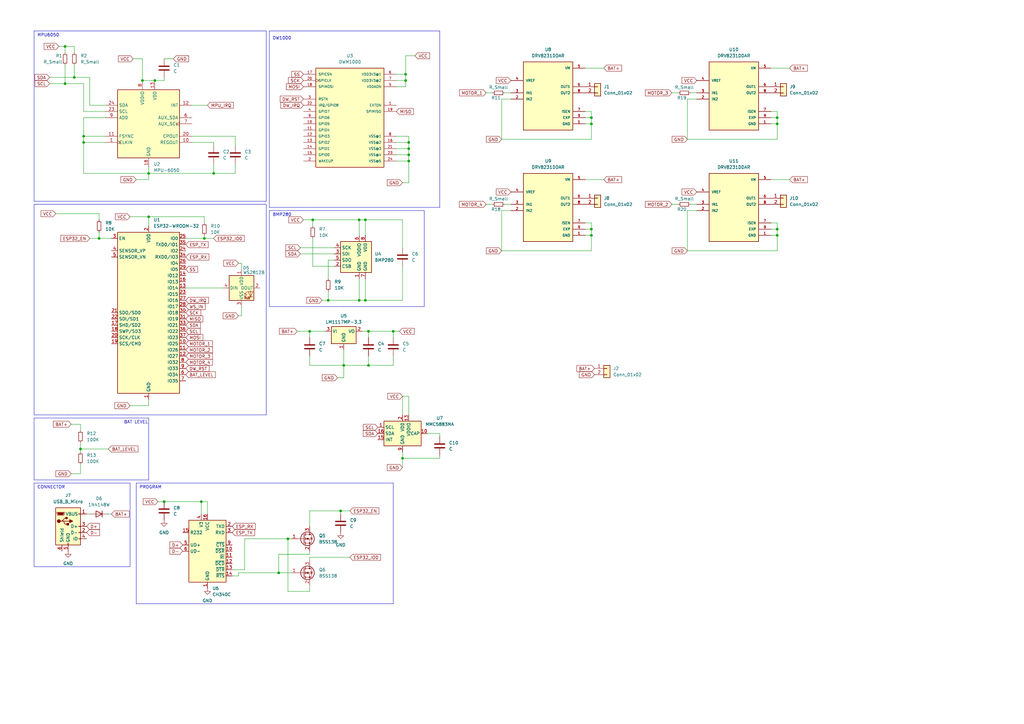
<source format=kicad_sch>
(kicad_sch (version 20231120) (generator "eeschema") (generator_version "8.0")
  (paper "A3")
  (junction (at 167.64 60.96))
  (junction (at 166.37 33.02))
  (junction (at 118.11 220.98))
  (junction (at 63.5 33.02))
  (junction (at 30.48 31.75))
  (junction (at 242.57 93.98))
  (junction (at 34.29 55.88))
  (junction (at 33.02 184.15))
  (junction (at 58.42 33.02))
  (junction (at 128.27 90.17))
  (junction (at 167.64 63.5))
  (junction (at 67.31 205.74))
  (junction (at 134.62 123.19))
  (junction (at 139.7 209.55))
  (junction (at 167.64 66.04))
  (junction (at 161.29 135.89))
  (junction (at 140.97 149.86))
  (junction (at 318.77 93.98))
  (junction (at 82.55 205.74))
  (junction (at 242.57 48.26))
  (junction (at 147.32 90.17))
  (junction (at 242.57 50.8))
  (junction (at 26.67 34.29))
  (junction (at 318.77 96.52))
  (junction (at 149.86 90.17))
  (junction (at 87.63 71.12))
  (junction (at 147.32 123.19))
  (junction (at 149.86 123.19))
  (junction (at 114.3 234.95))
  (junction (at 83.82 97.79))
  (junction (at 127 135.89))
  (junction (at 166.37 30.48))
  (junction (at 151.13 135.89))
  (junction (at 151.13 149.86))
  (junction (at 60.96 71.12))
  (junction (at 318.77 50.8))
  (junction (at 34.29 58.42))
  (junction (at 60.96 88.9))
  (junction (at 26.67 19.05))
  (junction (at 242.57 96.52))
  (junction (at 167.64 58.42))
  (junction (at 318.77 48.26))
  (junction (at 165.1 187.96))
  (junction (at 40.64 97.79))
  (wire (pts (xy 318.77 91.44) (xy 318.77 93.98)))
  (wire (pts (xy 67.31 205.74) (xy 82.55 205.74)))
  (wire (pts (xy 165.1 90.17) (xy 149.86 90.17)))
  (wire (pts (xy 281.94 102.87) (xy 318.77 102.87)))
  (wire (pts (xy 149.86 123.19) (xy 147.32 123.19)))
  (wire (pts (xy 318.77 50.8) (xy 318.77 57.15)))
  (wire (pts (xy 134.62 106.68) (xy 134.62 114.3)))
  (wire (pts (xy 275.59 83.82) (xy 278.13 83.82)))
  (wire (pts (xy 162.56 58.42) (xy 167.64 58.42)))
  (wire (pts (xy 85.09 210.82) (xy 85.09 205.74)))
  (wire (pts (xy 33.02 184.15) (xy 44.45 184.15)))
  (wire (pts (xy 34.29 58.42) (xy 43.18 58.42)))
  (polyline (pts (xy 173.99 125.73) (xy 173.99 86.36)))
  (wire (pts (xy 134.62 123.19) (xy 147.32 123.19)))
  (wire (pts (xy 26.67 19.05) (xy 24.13 19.05)))
  (wire (pts (xy 97.79 107.95) (xy 99.06 107.95)))
  (polyline (pts (xy 53.34 232.41) (xy 53.34 198.12)))
  (wire (pts (xy 128.27 90.17) (xy 128.27 92.71)))
  (wire (pts (xy 127 146.05) (xy 127 149.86)))
  (wire (pts (xy 40.64 90.17) (xy 40.64 87.63)))
  (polyline (pts (xy 27.94 170.18) (xy 109.22 170.18)))
  (wire (pts (xy 162.56 66.04) (xy 167.64 66.04)))
  (wire (pts (xy 281.94 86.36) (xy 281.94 102.87)))
  (wire (pts (xy 63.5 33.02) (xy 67.31 33.02)))
  (wire (pts (xy 26.67 21.59) (xy 26.67 19.05)))
  (wire (pts (xy 242.57 45.72) (xy 242.57 48.26)))
  (wire (pts (xy 138.43 154.94) (xy 140.97 154.94)))
  (wire (pts (xy 166.37 22.86) (xy 170.18 22.86)))
  (wire (pts (xy 162.56 33.02) (xy 166.37 33.02)))
  (wire (pts (xy 139.7 209.55) (xy 143.51 209.55)))
  (polyline (pts (xy 140.97 125.73) (xy 173.99 125.73)))
  (wire (pts (xy 242.57 93.98) (xy 242.57 96.52)))
  (wire (pts (xy 67.31 24.13) (xy 71.12 24.13)))
  (wire (pts (xy 162.56 30.48) (xy 166.37 30.48)))
  (wire (pts (xy 165.1 162.56) (xy 167.64 162.56)))
  (wire (pts (xy 151.13 146.05) (xy 151.13 149.86)))
  (wire (pts (xy 165.1 123.19) (xy 149.86 123.19)))
  (wire (pts (xy 96.52 55.88) (xy 96.52 59.69)))
  (wire (pts (xy 36.83 43.18) (xy 36.83 31.75)))
  (wire (pts (xy 60.96 88.9) (xy 83.82 88.9)))
  (wire (pts (xy 316.23 96.52) (xy 318.77 96.52)))
  (wire (pts (xy 140.97 149.86) (xy 151.13 149.86)))
  (wire (pts (xy 165.1 109.22) (xy 165.1 123.19)))
  (wire (pts (xy 132.08 123.19) (xy 134.62 123.19)))
  (wire (pts (xy 147.32 90.17) (xy 149.86 90.17)))
  (wire (pts (xy 180.34 186.69) (xy 180.34 187.96)))
  (wire (pts (xy 96.52 67.31) (xy 96.52 71.12)))
  (wire (pts (xy 134.62 119.38) (xy 134.62 123.19)))
  (wire (pts (xy 166.37 35.56) (xy 166.37 33.02)))
  (wire (pts (xy 316.23 50.8) (xy 318.77 50.8)))
  (wire (pts (xy 83.82 97.79) (xy 87.63 97.79)))
  (wire (pts (xy 127 215.9) (xy 127 209.55)))
  (wire (pts (xy 165.1 162.56) (xy 165.1 170.18)))
  (wire (pts (xy 97.79 234.95) (xy 114.3 234.95)))
  (polyline (pts (xy 60.96 171.45) (xy 13.97 171.45)))
  (wire (pts (xy 242.57 48.26) (xy 242.57 50.8)))
  (wire (pts (xy 34.29 45.72) (xy 34.29 34.29)))
  (wire (pts (xy 78.74 55.88) (xy 96.52 55.88)))
  (wire (pts (xy 54.61 24.13) (xy 58.42 24.13)))
  (polyline (pts (xy 13.97 196.85) (xy 60.96 196.85)))
  (wire (pts (xy 149.86 96.52) (xy 149.86 90.17)))
  (wire (pts (xy 118.11 220.98) (xy 119.38 220.98)))
  (wire (pts (xy 207.01 38.1) (xy 209.55 38.1)))
  (wire (pts (xy 60.96 92.71) (xy 60.96 88.9)))
  (wire (pts (xy 119.38 234.95) (xy 114.3 234.95)))
  (wire (pts (xy 58.42 33.02) (xy 63.5 33.02)))
  (wire (pts (xy 323.85 27.94) (xy 316.23 27.94)))
  (wire (pts (xy 162.56 63.5) (xy 167.64 63.5)))
  (wire (pts (xy 99.06 110.49) (xy 99.06 107.95)))
  (wire (pts (xy 151.13 135.89) (xy 148.59 135.89)))
  (wire (pts (xy 316.23 45.72) (xy 318.77 45.72)))
  (wire (pts (xy 67.31 33.02) (xy 67.31 31.75)))
  (wire (pts (xy 205.74 40.64) (xy 209.55 40.64)))
  (wire (pts (xy 20.32 31.75) (xy 30.48 31.75)))
  (wire (pts (xy 240.03 45.72) (xy 242.57 45.72)))
  (wire (pts (xy 82.55 210.82) (xy 82.55 205.74)))
  (polyline (pts (xy 55.88 198.12) (xy 55.88 247.65)))
  (polyline (pts (xy 55.88 247.65) (xy 161.29 247.65)))
  (wire (pts (xy 240.03 96.52) (xy 242.57 96.52)))
  (wire (pts (xy 85.09 205.74) (xy 82.55 205.74)))
  (wire (pts (xy 137.16 109.22) (xy 128.27 109.22)))
  (polyline (pts (xy 109.22 83.82) (xy 13.97 83.82)))
  (wire (pts (xy 34.29 55.88) (xy 34.29 58.42)))
  (wire (pts (xy 167.64 66.04) (xy 167.64 74.93)))
  (wire (pts (xy 205.74 86.36) (xy 209.55 86.36)))
  (polyline (pts (xy 110.49 125.73) (xy 140.97 125.73)))
  (wire (pts (xy 283.21 38.1) (xy 285.75 38.1)))
  (wire (pts (xy 281.94 40.64) (xy 281.94 57.15)))
  (wire (pts (xy 53.34 166.37) (xy 60.96 166.37)))
  (polyline (pts (xy 20.32 82.55) (xy 109.22 82.55)))
  (polyline (pts (xy 161.29 247.65) (xy 161.29 198.12)))
  (wire (pts (xy 316.23 48.26) (xy 318.77 48.26)))
  (wire (pts (xy 165.1 187.96) (xy 180.34 187.96)))
  (wire (pts (xy 240.03 50.8) (xy 242.57 50.8)))
  (wire (pts (xy 43.18 43.18) (xy 36.83 43.18)))
  (wire (pts (xy 281.94 86.36) (xy 285.75 86.36)))
  (wire (pts (xy 33.02 184.15) (xy 33.02 185.42)))
  (wire (pts (xy 30.48 19.05) (xy 26.67 19.05)))
  (wire (pts (xy 87.63 67.31) (xy 87.63 71.12)))
  (wire (pts (xy 162.56 60.96) (xy 167.64 60.96)))
  (wire (pts (xy 207.01 83.82) (xy 209.55 83.82)))
  (polyline (pts (xy 13.97 170.18) (xy 27.94 170.18)))
  (wire (pts (xy 323.85 73.66) (xy 316.23 73.66)))
  (wire (pts (xy 64.77 205.74) (xy 67.31 205.74)))
  (polyline (pts (xy 173.99 86.36) (xy 110.49 86.36)))
  (wire (pts (xy 139.7 209.55) (xy 139.7 210.82)))
  (wire (pts (xy 83.82 96.52) (xy 83.82 97.79)))
  (wire (pts (xy 247.65 27.94) (xy 240.03 27.94)))
  (wire (pts (xy 127 149.86) (xy 140.97 149.86)))
  (wire (pts (xy 167.64 63.5) (xy 167.64 66.04)))
  (wire (pts (xy 26.67 34.29) (xy 34.29 34.29)))
  (polyline (pts (xy 13.97 232.41) (xy 53.34 232.41)))
  (wire (pts (xy 205.74 102.87) (xy 242.57 102.87)))
  (wire (pts (xy 281.94 57.15) (xy 318.77 57.15)))
  (wire (pts (xy 137.16 106.68) (xy 134.62 106.68)))
  (wire (pts (xy 30.48 21.59) (xy 30.48 19.05)))
  (wire (pts (xy 127 242.57) (xy 118.11 242.57)))
  (wire (pts (xy 318.77 45.72) (xy 318.77 48.26)))
  (polyline (pts (xy 109.22 170.18) (xy 109.22 83.82)))
  (wire (pts (xy 149.86 114.3) (xy 149.86 123.19)))
  (wire (pts (xy 43.18 45.72) (xy 34.29 45.72)))
  (wire (pts (xy 151.13 138.43) (xy 151.13 135.89)))
  (wire (pts (xy 43.18 48.26) (xy 34.29 48.26)))
  (wire (pts (xy 53.34 88.9) (xy 60.96 88.9)))
  (wire (pts (xy 87.63 71.12) (xy 60.96 71.12)))
  (polyline (pts (xy 180.34 12.7) (xy 110.49 12.7)))
  (polyline (pts (xy 110.49 85.09) (xy 127 85.09)))
  (polyline (pts (xy 13.97 12.7) (xy 13.97 82.55)))
  (wire (pts (xy 76.2 97.79) (xy 83.82 97.79)))
  (wire (pts (xy 29.21 194.31) (xy 33.02 194.31)))
  (wire (pts (xy 121.92 135.89) (xy 127 135.89)))
  (wire (pts (xy 128.27 109.22) (xy 128.27 97.79)))
  (wire (pts (xy 33.02 176.53) (xy 33.02 173.99)))
  (wire (pts (xy 162.56 35.56) (xy 166.37 35.56)))
  (wire (pts (xy 34.29 48.26) (xy 34.29 55.88)))
  (wire (pts (xy 40.64 97.79) (xy 45.72 97.79)))
  (wire (pts (xy 316.23 93.98) (xy 318.77 93.98)))
  (wire (pts (xy 55.88 73.66) (xy 60.96 73.66)))
  (polyline (pts (xy 109.22 82.55) (xy 109.22 12.7)))
  (wire (pts (xy 283.21 83.82) (xy 285.75 83.82)))
  (wire (pts (xy 118.11 242.57) (xy 118.11 220.98)))
  (polyline (pts (xy 109.22 12.7) (xy 13.97 12.7)))
  (wire (pts (xy 167.64 60.96) (xy 167.64 63.5)))
  (wire (pts (xy 128.27 90.17) (xy 147.32 90.17)))
  (wire (pts (xy 76.2 118.11) (xy 91.44 118.11)))
  (wire (pts (xy 247.65 73.66) (xy 240.03 73.66)))
  (wire (pts (xy 34.29 55.88) (xy 43.18 55.88)))
  (wire (pts (xy 275.59 38.1) (xy 278.13 38.1)))
  (wire (pts (xy 20.32 34.29) (xy 26.67 34.29)))
  (wire (pts (xy 114.3 227.33) (xy 114.3 234.95)))
  (wire (pts (xy 199.39 38.1) (xy 201.93 38.1)))
  (wire (pts (xy 96.52 71.12) (xy 87.63 71.12)))
  (wire (pts (xy 240.03 48.26) (xy 242.57 48.26)))
  (wire (pts (xy 95.25 233.68) (xy 100.33 233.68)))
  (polyline (pts (xy 60.96 194.31) (xy 60.96 196.85)))
  (polyline (pts (xy 13.97 171.45) (xy 13.97 196.85)))
  (wire (pts (xy 175.26 177.8) (xy 180.34 177.8)))
  (wire (pts (xy 78.74 43.18) (xy 85.09 43.18)))
  (wire (pts (xy 166.37 33.02) (xy 166.37 30.48)))
  (wire (pts (xy 35.56 210.82) (xy 36.83 210.82)))
  (wire (pts (xy 165.1 101.6) (xy 165.1 90.17)))
  (wire (pts (xy 33.02 190.5) (xy 33.02 194.31)))
  (wire (pts (xy 97.79 236.22) (xy 97.79 234.95)))
  (wire (pts (xy 127 228.6) (xy 143.51 228.6)))
  (wire (pts (xy 44.45 210.82) (xy 45.72 210.82)))
  (wire (pts (xy 167.64 162.56) (xy 167.64 170.18)))
  (wire (pts (xy 147.32 114.3) (xy 147.32 123.19)))
  (wire (pts (xy 60.96 71.12) (xy 60.96 73.66)))
  (wire (pts (xy 318.77 93.98) (xy 318.77 96.52)))
  (wire (pts (xy 180.34 177.8) (xy 180.34 179.07)))
  (polyline (pts (xy 110.49 86.36) (xy 110.49 125.73)))
  (wire (pts (xy 34.29 71.12) (xy 60.96 71.12)))
  (polyline (pts (xy 13.97 83.82) (xy 13.97 170.18)))
  (wire (pts (xy 151.13 149.86) (xy 161.29 149.86)))
  (polyline (pts (xy 180.34 85.09) (xy 180.34 12.7)))
  (wire (pts (xy 166.37 30.48) (xy 166.37 22.86)))
  (wire (pts (xy 60.96 68.58) (xy 60.96 71.12)))
  (wire (pts (xy 161.29 149.86) (xy 161.29 146.05)))
  (wire (pts (xy 123.19 104.14) (xy 137.16 104.14)))
  (wire (pts (xy 36.83 97.79) (xy 40.64 97.79)))
  (wire (pts (xy 95.25 236.22) (xy 97.79 236.22)))
  (wire (pts (xy 205.74 40.64) (xy 205.74 57.15)))
  (wire (pts (xy 127 227.33) (xy 114.3 227.33)))
  (wire (pts (xy 167.64 58.42) (xy 167.64 60.96)))
  (wire (pts (xy 205.74 57.15) (xy 242.57 57.15)))
  (wire (pts (xy 22.86 87.63) (xy 40.64 87.63)))
  (wire (pts (xy 165.1 74.93) (xy 167.64 74.93)))
  (wire (pts (xy 162.56 55.88) (xy 167.64 55.88)))
  (wire (pts (xy 100.33 220.98) (xy 100.33 233.68)))
  (wire (pts (xy 30.48 26.67) (xy 30.48 31.75)))
  (wire (pts (xy 205.74 86.36) (xy 205.74 102.87)))
  (wire (pts (xy 167.64 55.88) (xy 167.64 58.42)))
  (wire (pts (xy 58.42 33.02) (xy 58.42 24.13)))
  (wire (pts (xy 127 135.89) (xy 133.35 135.89)))
  (wire (pts (xy 242.57 91.44) (xy 242.57 93.98)))
  (wire (pts (xy 26.67 26.67) (xy 26.67 34.29)))
  (wire (pts (xy 124.46 90.17) (xy 128.27 90.17)))
  (wire (pts (xy 127 209.55) (xy 139.7 209.55)))
  (wire (pts (xy 316.23 91.44) (xy 318.77 91.44)))
  (wire (pts (xy 242.57 50.8) (xy 242.57 57.15)))
  (wire (pts (xy 87.63 58.42) (xy 87.63 59.69)))
  (wire (pts (xy 242.57 96.52) (xy 242.57 102.87)))
  (wire (pts (xy 318.77 48.26) (xy 318.77 50.8)))
  (wire (pts (xy 165.1 187.96) (xy 165.1 191.77)))
  (polyline (pts (xy 127 85.09) (xy 180.34 85.09)))
  (wire (pts (xy 240.03 91.44) (xy 242.57 91.44)))
  (polyline (pts (xy 110.49 12.7) (xy 110.49 85.09)))
  (wire (pts (xy 127 240.03) (xy 127 242.57)))
  (wire (pts (xy 151.13 135.89) (xy 161.29 135.89)))
  (polyline (pts (xy 161.29 198.12) (xy 55.88 198.12)))
  (polyline (pts (xy 13.97 198.12) (xy 13.97 232.41)))
  (wire (pts (xy 33.02 181.61) (xy 33.02 184.15)))
  (wire (pts (xy 100.33 220.98) (xy 118.11 220.98)))
  (wire (pts (xy 140.97 143.51) (xy 140.97 149.86)))
  (wire (pts (xy 161.29 135.89) (xy 163.83 135.89)))
  (polyline (pts (xy 60.96 194.31) (xy 60.96 171.45)))
  (polyline (pts (xy 53.34 198.12) (xy 13.97 198.12)))
  (wire (pts (xy 127 226.06) (xy 127 227.33)))
  (wire (pts (xy 29.21 173.99) (xy 33.02 173.99)))
  (wire (pts (xy 318.77 96.52) (xy 318.77 102.87)))
  (wire (pts (xy 97.79 129.54) (xy 99.06 129.54)))
  (wire (pts (xy 281.94 40.64) (xy 285.75 40.64)))
  (wire (pts (xy 199.39 83.82) (xy 201.93 83.82)))
  (wire (pts (xy 40.64 95.25) (xy 40.64 97.79)))
  (wire (pts (xy 161.29 135.89) (xy 161.29 138.43)))
  (polyline (pts (xy 13.97 82.55) (xy 20.32 82.55)))
  (wire (pts (xy 240.03 93.98) (xy 242.57 93.98)))
  (wire (pts (xy 127 229.87) (xy 127 228.6)))
  (wire (pts (xy 147.32 90.17) (xy 147.32 96.52)))
  (wire (pts (xy 83.82 88.9) (xy 83.82 91.44)))
  (wire (pts (xy 140.97 154.94) (xy 140.97 149.86)))
  (wire (pts (xy 127 135.89) (xy 127 138.43)))
  (wire (pts (xy 30.48 31.75) (xy 36.83 31.75)))
  (wire (pts (xy 99.06 125.73) (xy 99.06 129.54)))
  (wire (pts (xy 165.1 185.42) (xy 165.1 187.96)))
  (wire (pts (xy 123.19 101.6) (xy 137.16 101.6)))
  (wire (pts (xy 78.74 58.42) (xy 87.63 58.42)))
  (wire (pts (xy 34.29 58.42) (xy 34.29 71.12)))
  (wire (pts (xy 60.96 163.83) (xy 60.96 166.37)))
  (text "PROGRAM" (at 57.15 200.66 0) (effects (font (size 1.27 1.27)) (justify left bottom)))
  (text "CONNECTOR" (at 15.24 200.66 0) (effects (font (size 1.27 1.27)) (justify left bottom)))
  (text "BMP280\n" (at 111.76 88.9 0) (effects (font (size 1.27 1.27)) (justify left bottom)))
  (text "BAT LEVEL" (at 50.8 173.99 0) (effects (font (size 1.27 1.27)) (justify left bottom)))
  (text "DW1000\n" (at 111.76 16.51 0) (effects (font (size 1.27 1.27)) (justify left bottom)))
  (text "MPU6050\n" (at 15.24 15.24 0) (effects (font (size 1.27 1.27)) (justify left bottom)))
  (global_label "GND" (shape input) (at 29.21 194.31 180) (property "Intersheetrefs" "${INTERSHEET_REFS}" (effects (hide yes))))
  (global_label "MOTOR_1" (shape input) (at 76.2 140.97 0) (property "Intersheetrefs" "${INTERSHEET_REFS}" (effects (hide yes))))
  (global_label "BAT+" (shape input) (at 323.85 27.94 0) (property "Intersheetrefs" "${INTERSHEET_REFS}" (effects (hide yes))))
  (global_label "DW_IRQ" (shape input) (at 76.2 123.19 0) (property "Intersheetrefs" "${INTERSHEET_REFS}" (effects (hide yes))))
  (global_label "VCC" (shape input) (at 209.55 33.02 180) (property "Intersheetrefs" "${INTERSHEET_REFS}" (effects (hide yes))))
  (global_label "SDA" (shape input) (at 154.94 177.8 180) (property "Intersheetrefs" "${INTERSHEET_REFS}" (effects (hide yes))))
  (global_label "VCC" (shape input) (at 285.75 33.02 180) (property "Intersheetrefs" "${INTERSHEET_REFS}" (effects (hide yes))))
  (global_label "MOTOR_3" (shape input) (at 76.2 146.05 0) (property "Intersheetrefs" "${INTERSHEET_REFS}" (effects (hide yes))))
  (global_label "VCC" (shape input) (at 97.79 107.95 180) (property "Intersheetrefs" "${INTERSHEET_REFS}" (effects (hide yes))))
  (global_label "ESP_RX" (shape input) (at 95.25 215.9 0) (property "Intersheetrefs" "${INTERSHEET_REFS}" (effects (hide yes))))
  (global_label "DW_IRQ" (shape input) (at 124.46 43.18 180) (property "Intersheetrefs" "${INTERSHEET_REFS}" (effects (hide yes))))
  (global_label "VCC" (shape input) (at 54.61 24.13 180) (property "Intersheetrefs" "${INTERSHEET_REFS}" (effects (hide yes))))
  (global_label "VCC" (shape input) (at 170.18 22.86 0) (property "Intersheetrefs" "${INTERSHEET_REFS}" (effects (hide yes))))
  (global_label "ESP32_EN" (shape input) (at 143.51 209.55 0) (property "Intersheetrefs" "${INTERSHEET_REFS}" (effects (hide yes))))
  (global_label "BAT_LEVEL" (shape input) (at 76.2 153.67 0) (property "Intersheetrefs" "${INTERSHEET_REFS}" (effects (hide yes))))
  (global_label "SCL" (shape input) (at 123.19 101.6 180) (property "Intersheetrefs" "${INTERSHEET_REFS}" (effects (hide yes))))
  (global_label "MOTOR_2" (shape input) (at 275.59 83.82 180) (property "Intersheetrefs" "${INTERSHEET_REFS}" (effects (hide yes))))
  (global_label "D-" (shape input) (at 35.56 218.44 0) (property "Intersheetrefs" "${INTERSHEET_REFS}" (effects (hide yes))))
  (global_label "MOTOR_1" (shape input) (at 199.39 38.1 180) (property "Intersheetrefs" "${INTERSHEET_REFS}" (effects (hide yes))))
  (global_label "ESP_TX" (shape input) (at 76.2 100.33 0) (property "Intersheetrefs" "${INTERSHEET_REFS}" (effects (hide yes))))
  (global_label "MOTOR_2" (shape input) (at 76.2 143.51 0) (property "Intersheetrefs" "${INTERSHEET_REFS}" (effects (hide yes))))
  (global_label "GND" (shape input) (at 205.74 102.87 180) (property "Intersheetrefs" "${INTERSHEET_REFS}" (effects (hide yes))))
  (global_label "ESP32_EN" (shape input) (at 36.83 97.79 180) (property "Intersheetrefs" "${INTERSHEET_REFS}" (effects (hide yes))))
  (global_label "MOTOR_4" (shape input) (at 199.39 83.82 180) (property "Intersheetrefs" "${INTERSHEET_REFS}" (effects (hide yes))))
  (global_label "VCC" (shape input) (at 53.34 88.9 180) (property "Intersheetrefs" "${INTERSHEET_REFS}" (effects (hide yes))))
  (global_label "SDA" (shape input) (at 20.32 31.75 180) (property "Intersheetrefs" "${INTERSHEET_REFS}" (effects (hide yes))))
  (global_label "SCK" (shape input) (at 124.46 33.02 180) (property "Intersheetrefs" "${INTERSHEET_REFS}" (effects (hide yes))))
  (global_label "MPU_IRQ" (shape input) (at 85.09 43.18 0) (property "Intersheetrefs" "${INTERSHEET_REFS}" (effects (hide yes))))
  (global_label "MISO" (shape input) (at 76.2 130.81 0) (property "Intersheetrefs" "${INTERSHEET_REFS}" (effects (hide yes))))
  (global_label "GND" (shape input) (at 165.1 74.93 180) (property "Intersheetrefs" "${INTERSHEET_REFS}" (effects (hide yes))))
  (global_label "VCC" (shape input) (at 64.77 205.74 180) (property "Intersheetrefs" "${INTERSHEET_REFS}" (effects (hide yes))))
  (global_label "SCK" (shape input) (at 76.2 128.27 0) (property "Intersheetrefs" "${INTERSHEET_REFS}" (effects (hide yes))))
  (global_label "GND" (shape input) (at 243.84 153.67 180) (property "Intersheetrefs" "${INTERSHEET_REFS}" (effects (hide yes))))
  (global_label "D+" (shape input) (at 74.93 223.52 180) (property "Intersheetrefs" "${INTERSHEET_REFS}" (effects (hide yes))))
  (global_label "GND" (shape input) (at 205.74 57.15 180) (property "Intersheetrefs" "${INTERSHEET_REFS}" (effects (hide yes))))
  (global_label "BAT_LEVEL" (shape input) (at 44.45 184.15 0) (property "Intersheetrefs" "${INTERSHEET_REFS}" (effects (hide yes))))
  (global_label "MOSI" (shape input) (at 124.46 35.56 180) (property "Intersheetrefs" "${INTERSHEET_REFS}" (effects (hide yes))))
  (global_label "BAT+" (shape input) (at 247.65 27.94 0) (property "Intersheetrefs" "${INTERSHEET_REFS}" (effects (hide yes))))
  (global_label "DW_RST" (shape input) (at 124.46 40.64 180) (property "Intersheetrefs" "${INTERSHEET_REFS}" (effects (hide yes))))
  (global_label "BAT+" (shape input) (at 121.92 135.89 180) (property "Intersheetrefs" "${INTERSHEET_REFS}" (effects (hide yes))))
  (global_label "VCC" (shape input) (at 124.46 90.17 180) (property "Intersheetrefs" "${INTERSHEET_REFS}" (effects (hide yes))))
  (global_label "SCL" (shape input) (at 154.94 175.26 180) (property "Intersheetrefs" "${INTERSHEET_REFS}" (effects (hide yes))))
  (global_label "GND" (shape input) (at 138.43 154.94 180) (property "Intersheetrefs" "${INTERSHEET_REFS}" (effects (hide yes))))
  (global_label "BAT+" (shape input) (at 45.72 210.82 0) (property "Intersheetrefs" "${INTERSHEET_REFS}" (effects (hide yes))))
  (global_label "DW_RST" (shape input) (at 76.2 151.13 0) (property "Intersheetrefs" "${INTERSHEET_REFS}" (effects (hide yes))))
  (global_label "SS" (shape input) (at 124.46 30.48 180) (property "Intersheetrefs" "${INTERSHEET_REFS}" (effects (hide yes))))
  (global_label "ESP_TX" (shape input) (at 95.25 218.44 0) (property "Intersheetrefs" "${INTERSHEET_REFS}" (effects (hide yes))))
  (global_label "GND" (shape input) (at 281.94 57.15 180) (property "Intersheetrefs" "${INTERSHEET_REFS}" (effects (hide yes))))
  (global_label "MISO" (shape input) (at 162.56 45.72 0) (property "Intersheetrefs" "${INTERSHEET_REFS}" (effects (hide yes))))
  (global_label "VCC" (shape input) (at 285.75 78.74 180) (property "Intersheetrefs" "${INTERSHEET_REFS}" (effects (hide yes))))
  (global_label "BAT+" (shape input) (at 247.65 73.66 0) (property "Intersheetrefs" "${INTERSHEET_REFS}" (effects (hide yes))))
  (global_label "D-" (shape input) (at 74.93 226.06 180) (property "Intersheetrefs" "${INTERSHEET_REFS}" (effects (hide yes))))
  (global_label "GND" (shape input) (at 97.79 129.54 180) (property "Intersheetrefs" "${INTERSHEET_REFS}" (effects (hide yes))))
  (global_label "BAT+" (shape input) (at 29.21 173.99 180) (property "Intersheetrefs" "${INTERSHEET_REFS}" (effects (hide yes))))
  (global_label "VCC" (shape input) (at 22.86 87.63 180) (property "Intersheetrefs" "${INTERSHEET_REFS}" (effects (hide yes))))
  (global_label "BAT+" (shape input) (at 323.85 73.66 0) (property "Intersheetrefs" "${INTERSHEET_REFS}" (effects (hide yes))))
  (global_label "ESP32_IO0" (shape input) (at 87.63 97.79 0) (property "Intersheetrefs" "${INTERSHEET_REFS}" (effects (hide yes))))
  (global_label "VCC" (shape input) (at 24.13 19.05 180) (property "Intersheetrefs" "${INTERSHEET_REFS}" (effects (hide yes))))
  (global_label "ESP32_IO0" (shape input) (at 143.51 228.6 0) (property "Intersheetrefs" "${INTERSHEET_REFS}" (effects (hide yes))))
  (global_label "VCC" (shape input) (at 163.83 135.89 0) (property "Intersheetrefs" "${INTERSHEET_REFS}" (effects (hide yes))))
  (global_label "GND" (shape input) (at 71.12 24.13 0) (property "Intersheetrefs" "${INTERSHEET_REFS}" (effects (hide yes))))
  (global_label "MOTOR_4" (shape input) (at 76.2 148.59 0) (property "Intersheetrefs" "${INTERSHEET_REFS}" (effects (hide yes))))
  (global_label "SS" (shape input) (at 76.2 110.49 0) (property "Intersheetrefs" "${INTERSHEET_REFS}" (effects (hide yes))))
  (global_label "VCC" (shape input) (at 165.1 162.56 180) (property "Intersheetrefs" "${INTERSHEET_REFS}" (effects (hide yes))))
  (global_label "GND" (shape input) (at 53.34 166.37 180) (property "Intersheetrefs" "${INTERSHEET_REFS}" (effects (hide yes))))
  (global_label "SDA" (shape input) (at 76.2 133.35 0) (property "Intersheetrefs" "${INTERSHEET_REFS}" (effects (hide yes))))
  (global_label "BAT+" (shape input) (at 243.84 151.13 180) (property "Intersheetrefs" "${INTERSHEET_REFS}" (effects (hide yes))))
  (global_label "MOTOR_3" (shape input) (at 275.59 38.1 180) (property "Intersheetrefs" "${INTERSHEET_REFS}" (effects (hide yes))))
  (global_label "VCC" (shape input) (at 209.55 78.74 180) (property "Intersheetrefs" "${INTERSHEET_REFS}" (effects (hide yes))))
  (global_label "SCL" (shape input) (at 20.32 34.29 180) (property "Intersheetrefs" "${INTERSHEET_REFS}" (effects (hide yes))))
  (global_label "ESP_RX" (shape input) (at 76.2 105.41 0) (property "Intersheetrefs" "${INTERSHEET_REFS}" (effects (hide yes))))
  (global_label "MOSI" (shape input) (at 76.2 138.43 0) (property "Intersheetrefs" "${INTERSHEET_REFS}" (effects (hide yes))))
  (global_label "D+" (shape input) (at 35.56 215.9 0) (property "Intersheetrefs" "${INTERSHEET_REFS}" (effects (hide yes))))
  (global_label "WS_IN" (shape input) (at 76.2 125.73 0) (property "Intersheetrefs" "${INTERSHEET_REFS}" (effects (hide yes))))
  (global_label "SDA" (shape input) (at 123.19 104.14 180) (property "Intersheetrefs" "${INTERSHEET_REFS}" (effects (hide yes))))
  (global_label "SCL" (shape input) (at 76.2 135.89 0) (property "Intersheetrefs" "${INTERSHEET_REFS}" (effects (hide yes))))
  (global_label "GND" (shape input) (at 132.08 123.19 180) (property "Intersheetrefs" "${INTERSHEET_REFS}" (effects (hide yes))))
  (global_label "GND" (shape input) (at 281.94 102.87 180) (property "Intersheetrefs" "${INTERSHEET_REFS}" (effects (hide yes))))
  (global_label "GND" (shape input) (at 165.1 191.77 180) (property "Intersheetrefs" "${INTERSHEET_REFS}" (effects (hide yes))))
  (global_label "GND" (shape input) (at 55.88 73.66 180) (property "Intersheetrefs" "${INTERSHEET_REFS}" (effects (hide yes))))
  (symbol (lib_id "power:GND") (at 139.7 218.44 0) (unit 1)
    (property "Reference" "#PWR06" (effects (hide yes)))
    (property "Value" "GND" (at 139.7 223.52 0))
  )
  (symbol (lib_id "Device:R_Small") (at 83.82 93.98 0) (unit 1)
    (property "Reference" "R10" (at 86.36 92.7099 0) (effects (justify left)))
    (property "Value" "10K" (at 86.36 95.2499 0) (effects (justify left)))
    (property "Footprint" "Resistor_SMD:R_0603_1608Metric" (effects (hide yes)))
  )
  (symbol (lib_id "DRV8231:DRV8231DDAR") (at 224.79 83.82 0) (unit 1)
    (property "Reference" "U9" (at 224.79 66.04 0))
    (property "Value" "DRV8231DDAR" (at 224.79 68.58 0))
    (property "Footprint" "DRV8231:IC_DRV8231DDAR" (effects (hide yes)))
    (property "MF" "Texas Instruments" (effects (hide yes)))
    (property "MAXIMUM_PACKAGE_HEIGHT" "1.7mm" (effects (hide yes)))
    (property "Package" "Texas Instruments" (effects (hide yes)))
    (property "Price" "None" (effects (hide yes)))
    (property "Check_prices" "https://www.snapeda.com/parts/DRV8231DDAR/Texas+Instruments/view-part/?ref=eda" (effects (hide yes)))
    (property "STANDARD" "Manufacturer Recommendations" (effects (hide yes)))
    (property "PARTREV" "November 2021" (effects (hide yes)))
    (property "SnapEDA_Link" "https://www.snapeda.com/parts/DRV8231DDAR/Texas+Instruments/view-part/?ref=snap" (effects (hide yes)))
    (property "MP" "DRV8231DDAR" (effects (hide yes)))
    (property "Description_1" "\n                        \n                            35-V, 3.7-A H-bridge motor driver with integrated current regulation\n                        \n" (effects (hide yes)))
    (property "Availability" "In Stock" (effects (hide yes)))
    (property "MANUFACTURER" "Texas Instruments" (effects (hide yes)))
  )
  (symbol (lib_id "DWM1000:DWM1000") (at 142.24 48.26 0) (unit 1)
    (property "Reference" "U3" (at 143.51 22.86 0))
    (property "Value" "DWM1000" (at 143.51 25.4 0))
    (property "Footprint" "RF_Module:DWM1000" (effects (hide yes)))
    (property "MANUFACTURER" "Decawave" (effects (hide yes)))
  )
  (symbol (lib_id "Connector:USB_B_Micro") (at 27.94 215.9 0) (unit 1)
    (property "Reference" "J7" (at 27.94 203.2 0))
    (property "Value" "USB_B_Micro" (at 27.94 205.74 0))
    (property "Footprint" "Connector_USB:USB_Micro-B_Amphenol_10118194_Horizontal" (effects (hide yes)))
    (property "Description" "USB Micro Type B connector" (effects (hide yes)))
  )
  (symbol (lib_id "DRV8231:DRV8231DDAR") (at 300.99 38.1 0) (unit 1)
    (property "Reference" "U10" (at 300.99 20.32 0))
    (property "Value" "DRV8231DDAR" (at 300.99 22.86 0))
    (property "Footprint" "DRV8231:IC_DRV8231DDAR" (effects (hide yes)))
    (property "MF" "Texas Instruments" (effects (hide yes)))
    (property "MAXIMUM_PACKAGE_HEIGHT" "1.7mm" (effects (hide yes)))
    (property "Package" "Texas Instruments" (effects (hide yes)))
    (property "Price" "None" (effects (hide yes)))
    (property "Check_prices" "https://www.snapeda.com/parts/DRV8231DDAR/Texas+Instruments/view-part/?ref=eda" (effects (hide yes)))
    (property "STANDARD" "Manufacturer Recommendations" (effects (hide yes)))
    (property "PARTREV" "November 2021" (effects (hide yes)))
    (property "SnapEDA_Link" "https://www.snapeda.com/parts/DRV8231DDAR/Texas+Instruments/view-part/?ref=snap" (effects (hide yes)))
    (property "MP" "DRV8231DDAR" (effects (hide yes)))
    (property "Description_1" "\n                        \n                            35-V, 3.7-A H-bridge motor driver with integrated current regulation\n                        \n" (effects (hide yes)))
    (property "Availability" "In Stock" (effects (hide yes)))
    (property "MANUFACTURER" "Texas Instruments" (effects (hide yes)))
  )
  (symbol (lib_id "Device:R_Small") (at 280.67 38.1 90) (unit 1)
    (property "Reference" "R19" (at 279.654 40.132 90))
    (property "Value" "R_Small" (at 280.67 35.814 90))
    (property "Footprint" "Resistor_SMD:R_0603_1608Metric" (effects (hide yes)))
  )
  (symbol (lib_id "Device:R_Small") (at 204.47 38.1 90) (unit 1)
    (property "Reference" "R11" (at 203.454 40.132 90))
    (property "Value" "R_Small" (at 204.47 35.814 90))
    (property "Footprint" "Resistor_SMD:R_0603_1608Metric" (effects (hide yes)))
  )
  (symbol (lib_id "Device:C") (at 67.31 209.55 0) (unit 1)
    (property "Reference" "C8" (at 71.12 208.2799 0) (effects (justify left)))
    (property "Value" "C" (at 71.12 210.8199 0) (effects (justify left)))
    (property "Footprint" "Capacitor_SMD:C_0603_1608Metric" (effects (hide yes)))
  )
  (symbol (lib_id "Device:C") (at 180.34 182.88 0) (unit 1)
    (property "Reference" "C10" (at 184.15 181.6099 0) (effects (justify left)))
    (property "Value" "C" (at 184.15 184.1499 0) (effects (justify left)))
    (property "Footprint" "Capacitor_SMD:C_0603_1608Metric" (effects (hide yes)))
  )
  (symbol (lib_id "Connector_Generic:Conn_01x02") (at 248.92 151.13 0) (unit 1)
    (property "Reference" "J2" (at 251.46 151.1299 0) (effects (justify left)))
    (property "Value" "Conn_01x02" (at 251.46 153.6699 0) (effects (justify left)))
    (property "Footprint" "Connector_AMASS:AMASS_XT30U-F_1x02_P5.0mm_Vertical" (effects (hide yes)))
  )
  (symbol (lib_id "Device:C") (at 161.29 142.24 0) (unit 1)
    (property "Reference" "C5" (at 165.1 140.9699 0) (effects (justify left)))
    (property "Value" "C" (at 165.1 143.5099 0) (effects (justify left)))
    (property "Footprint" "Capacitor_SMD:C_0603_1608Metric" (effects (hide yes)))
  )
  (symbol (lib_id "Diode:1N4148W") (at 40.64 210.82 180) (unit 1)
    (property "Reference" "D6" (at 40.64 204.47 0))
    (property "Value" "1N4148W" (at 40.64 207.01 0))
    (property "Footprint" "Diode_SMD:D_SOD-123" (effects (hide yes)))
    (property "Datasheet" "https://www.vishay.com/docs/85748/1n4148w.pdf" (effects (hide yes)))
    (property "Description" "75V 0.15A Fast Switching Diode, SOD-123" (effects (hide yes)))
    (property "Sim.Device" "D" (effects (hide yes)))
    (property "Sim.Pins" "1=K 2=A" (effects (hide yes)))
  )
  (symbol (lib_id "DRV8231:DRV8231DDAR") (at 224.79 38.1 0) (unit 1)
    (property "Reference" "U8" (at 224.79 20.32 0))
    (property "Value" "DRV8231DDAR" (at 224.79 22.86 0))
    (property "Footprint" "DRV8231:IC_DRV8231DDAR" (effects (hide yes)))
    (property "MF" "Texas Instruments" (effects (hide yes)))
    (property "MAXIMUM_PACKAGE_HEIGHT" "1.7mm" (effects (hide yes)))
    (property "Package" "Texas Instruments" (effects (hide yes)))
    (property "Price" "None" (effects (hide yes)))
    (property "Check_prices" "https://www.snapeda.com/parts/DRV8231DDAR/Texas+Instruments/view-part/?ref=eda" (effects (hide yes)))
    (property "STANDARD" "Manufacturer Recommendations" (effects (hide yes)))
    (property "PARTREV" "November 2021" (effects (hide yes)))
    (property "SnapEDA_Link" "https://www.snapeda.com/parts/DRV8231DDAR/Texas+Instruments/view-part/?ref=snap" (effects (hide yes)))
    (property "MP" "DRV8231DDAR" (effects (hide yes)))
    (property "Description_1" "\n                        \n                            35-V, 3.7-A H-bridge motor driver with integrated current regulation\n                        \n" (effects (hide yes)))
    (property "Availability" "In Stock" (effects (hide yes)))
    (property "MANUFACTURER" "Texas Instruments" (effects (hide yes)))
  )
  (symbol (lib_id "Device:R_Small") (at 128.27 95.25 0) (unit 1)
    (property "Reference" "R7" (at 130.81 93.9799 0) (effects (justify left)))
    (property "Value" "10K" (at 130.81 96.5199 0) (effects (justify left)))
    (property "Footprint" "Resistor_SMD:R_0603_1608Metric" (effects (hide yes)))
  )
  (symbol (lib_id "Device:C") (at 151.13 142.24 0) (unit 1)
    (property "Reference" "C4" (at 154.94 140.9699 0) (effects (justify left)))
    (property "Value" "C" (at 154.94 143.5099 0) (effects (justify left)))
    (property "Footprint" "Capacitor_SMD:C_0603_1608Metric" (effects (hide yes)))
  )
  (symbol (lib_id "Device:R_Small") (at 26.67 24.13 0) (unit 1)
    (property "Reference" "R1" (at 22.86 22.86 0) (effects (justify left)))
    (property "Value" "R_Small" (at 17.78 25.4 0) (effects (justify left)))
    (property "Footprint" "Resistor_SMD:R_0603_1608Metric" (effects (hide yes)))
  )
  (symbol (lib_id "Device:C") (at 139.7 214.63 0) (unit 1)
    (property "Reference" "C9" (at 143.51 213.3599 0) (effects (justify left)))
    (property "Value" "C" (at 143.51 215.8999 0) (effects (justify left)))
    (property "Footprint" "Capacitor_SMD:C_0603_1608Metric" (effects (hide yes)))
  )
  (symbol (lib_id "Connector_Generic:Conn_01x02") (at 321.31 81.28 0) (unit 1)
    (property "Reference" "J10" (at 323.85 81.2799 0) (effects (justify left)))
    (property "Value" "Conn_01x02" (at 323.85 83.8199 0) (effects (justify left)))
    (property "Footprint" "Connector_PinHeader_2.54mm:PinHeader_1x02_P2.54mm_Vertical" (effects (hide yes)))
  )
  (symbol (lib_id "Connector_Generic:Conn_01x02") (at 321.31 35.56 0) (unit 1)
    (property "Reference" "J9" (at 323.85 35.5599 0) (effects (justify left)))
    (property "Value" "Conn_01x02" (at 323.85 38.0999 0) (effects (justify left)))
    (property "Footprint" "Connector_PinHeader_2.54mm:PinHeader_1x02_P2.54mm_Vertical" (effects (hide yes)))
  )
  (symbol (lib_id "Sensor_Magnetic:MMC5883MA") (at 165.1 177.8 0) (unit 1)
    (property "Reference" "U7" (at 180.34 171.4814 0))
    (property "Value" "MMC5883MA" (at 180.34 174.0214 0))
    (property "Footprint" "Package_LGA:LGA-16_3x3mm_P0.5mm" (effects (hide yes)))
    (property "Datasheet" "http://www.memsic.com/userfiles/files/DataSheets/Magnetic-Sensors-Datasheets/MMC5883MA-RevC.pdf" (effects (hide yes)))
    (property "Description" "3-axis Magnetic Sensor, I2C Interface, LGA-16" (effects (hide yes)))
  )
  (symbol (lib_id "Sensor_Pressure:BMP280") (at 147.32 106.68 0) (unit 1)
    (property "Reference" "U4" (at 153.67 104.1399 0) (effects (justify left)))
    (property "Value" "BMP280" (at 153.67 106.6799 0) (effects (justify left)))
    (property "Footprint" "Package_LGA:Bosch_LGA-8_2x2.5mm_P0.65mm_ClockwisePinNumbering" (effects (hide yes)))
    (property "Datasheet" "https://ae-bst.resource.bosch.com/media/_tech/media/datasheets/BST-BMP280-DS001.pdf" (effects (hide yes)))
  )
  (symbol (lib_id "DRV8231:DRV8231DDAR") (at 300.99 83.82 0) (unit 1)
    (property "Reference" "U11" (at 300.99 66.04 0))
    (property "Value" "DRV8231DDAR" (at 300.99 68.58 0))
    (property "Footprint" "DRV8231:IC_DRV8231DDAR" (effects (hide yes)))
    (property "MF" "Texas Instruments" (effects (hide yes)))
    (property "MAXIMUM_PACKAGE_HEIGHT" "1.7mm" (effects (hide yes)))
    (property "Package" "Texas Instruments" (effects (hide yes)))
    (property "Price" "None" (effects (hide yes)))
    (property "Check_prices" "https://www.snapeda.com/parts/DRV8231DDAR/Texas+Instruments/view-part/?ref=eda" (effects (hide yes)))
    (property "STANDARD" "Manufacturer Recommendations" (effects (hide yes)))
    (property "PARTREV" "November 2021" (effects (hide yes)))
    (property "SnapEDA_Link" "https://www.snapeda.com/parts/DRV8231DDAR/Texas+Instruments/view-part/?ref=snap" (effects (hide yes)))
    (property "MP" "DRV8231DDAR" (effects (hide yes)))
    (property "Description_1" "\n                        \n                            35-V, 3.7-A H-bridge motor driver with integrated current regulation\n                        \n" (effects (hide yes)))
    (property "Availability" "In Stock" (effects (hide yes)))
    (property "MANUFACTURER" "Texas Instruments" (effects (hide yes)))
  )
  (symbol (lib_id "Device:C") (at 165.1 105.41 0) (unit 1)
    (property "Reference" "C6" (at 168.91 104.1399 0) (effects (justify left)))
    (property "Value" "C" (at 168.91 106.6799 0) (effects (justify left)))
    (property "Footprint" "Capacitor_SMD:C_0603_1608Metric" (effects (hide yes)))
  )
  (symbol (lib_id "Device:R_Small") (at 33.02 179.07 0) (unit 1)
    (property "Reference" "R12" (at 35.56 177.7999 0) (effects (justify left)))
    (property "Value" "100K" (at 35.56 180.3399 0) (effects (justify left)))
    (property "Footprint" "Resistor_SMD:R_0603_1608Metric" (effects (hide yes)))
  )
  (symbol (lib_id "Device:R_Small") (at 134.62 116.84 0) (unit 1)
    (property "Reference" "R9" (at 137.16 115.5699 0) (effects (justify left)))
    (property "Value" "10K" (at 137.16 118.1099 0) (effects (justify left)))
    (property "Footprint" "Resistor_SMD:R_0603_1608Metric" (effects (hide yes)))
  )
  (symbol (lib_id "power:GND") (at 67.31 213.36 0) (unit 1)
    (property "Reference" "#PWR04" (effects (hide yes)))
    (property "Value" "GND" (at 67.31 218.44 0))
  )
  (symbol (lib_id "Device:C") (at 127 142.24 0) (unit 1)
    (property "Reference" "C7" (at 130.81 140.9699 0) (effects (justify left)))
    (property "Value" "C" (at 130.81 143.5099 0) (effects (justify left)))
    (property "Footprint" "Capacitor_SMD:C_0603_1608Metric" (effects (hide yes)))
  )
  (symbol (lib_id "Device:R_Small") (at 40.64 92.71 0) (unit 1)
    (property "Reference" "R8" (at 43.18 91.4399 0) (effects (justify left)))
    (property "Value" "10K" (at 43.18 93.9799 0) (effects (justify left)))
    (property "Footprint" "Resistor_SMD:R_0603_1608Metric" (effects (hide yes)))
  )
  (symbol (lib_id "Device:C") (at 96.52 63.5 0) (unit 1)
    (property "Reference" "C3" (at 100.33 62.2299 0) (effects (justify left)))
    (property "Value" "C" (at 100.33 64.7699 0) (effects (justify left)))
    (property "Footprint" "Capacitor_SMD:C_0603_1608Metric" (effects (hide yes)))
  )
  (symbol (lib_id "Connector_Generic:Conn_01x02") (at 245.11 35.56 0) (unit 1)
    (property "Reference" "J1" (at 247.65 35.5599 0) (effects (justify left)))
    (property "Value" "Conn_01x02" (at 247.65 38.0999 0) (effects (justify left)))
    (property "Footprint" "Connector_PinHeader_2.54mm:PinHeader_1x02_P2.54mm_Vertical" (effects (hide yes)))
  )
  (symbol (lib_id "Device:R_Small") (at 33.02 187.96 0) (unit 1)
    (property "Reference" "R13" (at 35.56 186.6899 0) (effects (justify left)))
    (property "Value" "100K" (at 35.56 189.2299 0) (effects (justify left)))
    (property "Footprint" "Resistor_SMD:R_0603_1608Metric" (effects (hide yes)))
  )
  (symbol (lib_id "power:GND") (at 85.09 241.3 0) (unit 1)
    (property "Reference" "#PWR05" (effects (hide yes)))
    (property "Value" "GND" (at 85.09 246.38 0))
  )
  (symbol (lib_id "Device:C") (at 87.63 63.5 0) (unit 1)
    (property "Reference" "C2" (at 91.44 62.2299 0) (effects (justify left)))
    (property "Value" "C" (at 91.44 64.7699 0) (effects (justify left)))
    (property "Footprint" "Capacitor_SMD:C_0603_1608Metric" (effects (hide yes)))
  )
  (symbol (lib_id "power:GND") (at 27.94 226.06 0) (unit 1)
    (property "Reference" "#PWR01" (effects (hide yes)))
    (property "Value" "GND" (at 27.94 231.14 0))
  )
  (symbol (lib_id "Device:R_Small") (at 30.48 24.13 0) (unit 1)
    (property "Reference" "R2" (at 33.02 22.8599 0) (effects (justify left)))
    (property "Value" "R_Small" (at 33.02 25.3999 0) (effects (justify left)))
    (property "Footprint" "Resistor_SMD:R_0603_1608Metric" (effects (hide yes)))
  )
  (symbol (lib_id "RF_Module:ESP32-WROOM-32") (at 60.96 128.27 0) (unit 1)
    (property "Reference" "U1" (at 62.9794 90.17 0) (effects (justify left)))
    (property "Value" "ESP32-WROOM-32" (at 62.9794 92.71 0) (effects (justify left)))
    (property "Footprint" "RF_Module:ESP32-WROOM-32" (effects (hide yes)))
    (property "Datasheet" "https://www.espressif.com/sites/default/files/documentation/esp32-wroom-32_datasheet_en.pdf" (effects (hide yes)))
  )
  (symbol (lib_id "Transistor_FET:BSS138") (at 124.46 234.95 0) (unit 1)
    (property "Reference" "Q6" (at 130.81 233.6799 0) (effects (justify left)))
    (property "Value" "BSS138" (at 130.81 236.2199 0) (effects (justify left)))
    (property "Footprint" "Package_TO_SOT_SMD:SOT-23" (effects (hide yes)))
    (property "Datasheet" "https://www.onsemi.com/pub/Collateral/BSS138-D.PDF" (effects (hide yes)))
  )
  (symbol (lib_id "Device:C") (at 67.31 27.94 0) (unit 1)
    (property "Reference" "C1" (at 71.12 26.6699 0) (effects (justify left)))
    (property "Value" "C" (at 71.12 29.2099 0) (effects (justify left)))
    (property "Footprint" "Capacitor_SMD:C_0603_1608Metric" (effects (hide yes)))
  )
  (symbol (lib_id "Sensor_Motion:MPU-6050") (at 60.96 50.8 0) (unit 1)
    (property "Reference" "U2" (at 62.9794 67.31 0) (effects (justify left)))
    (property "Value" "MPU-6050" (at 62.9794 69.85 0) (effects (justify left)))
    (property "Footprint" "Sensor_Motion:InvenSense_QFN-24_4x4mm_P0.5mm" (effects (hide yes)))
    (property "Datasheet" "https://store.invensense.com/datasheets/invensense/MPU-6050_DataSheet_V3%204.pdf" (effects (hide yes)))
  )
  (symbol (lib_id "Regulator_Linear:LM1117MP-3.3") (at 140.97 135.89 0) (unit 1)
    (property "Reference" "U5" (at 140.97 129.54 0))
    (property "Value" "LM1117MP-3.3" (at 140.97 132.08 0))
    (property "Footprint" "Package_TO_SOT_SMD:SOT-223-3_TabPin2" (effects (hide yes)))
    (property "Datasheet" "http://www.ti.com/lit/ds/symlink/lm1117.pdf" (effects (hide yes)))
    (property "Description" "800mA Low-Dropout Linear Regulator, 3.3V fixed output, SOT-223" (effects (hide yes)))
  )
  (symbol (lib_id "Transistor_FET:BSS138") (at 124.46 220.98 0) (unit 1)
    (property "Reference" "Q5" (at 130.81 219.7099 0) (effects (justify left)))
    (property "Value" "BSS138" (at 130.81 222.2499 0) (effects (justify left)))
    (property "Footprint" "Package_TO_SOT_SMD:SOT-23" (effects (hide yes)))
    (property "Datasheet" "https://www.onsemi.com/pub/Collateral/BSS138-D.PDF" (effects (hide yes)))
  )
  (symbol (lib_id "Interface_USB:CH340C") (at 85.09 226.06 0) (unit 1)
    (property "Reference" "U6" (at 87.0459 241.3 0) (effects (justify left)))
    (property "Value" "CH340C" (at 87.0459 243.84 0) (effects (justify left)))
    (property "Footprint" "Package_SO:SOIC-16_3.9x9.9mm_P1.27mm" (effects (hide yes)))
    (property "Datasheet" "https://datasheet.lcsc.com/szlcsc/Jiangsu-Qin-Heng-CH340C_C84681.pdf" (effects (hide yes)))
  )
  (symbol (lib_id "Connector_Generic:Conn_01x02") (at 245.11 81.28 0) (unit 1)
    (property "Reference" "J8" (at 247.65 81.2799 0) (effects (justify left)))
    (property "Value" "Conn_01x02" (at 247.65 83.8199 0) (effects (justify left)))
    (property "Footprint" "Connector_PinHeader_2.54mm:PinHeader_1x02_P2.54mm_Vertical" (effects (hide yes)))
  )
  (symbol (lib_id "Device:R_Small") (at 280.67 83.82 90) (unit 1)
    (property "Reference" "R20" (at 279.654 85.852 90))
    (property "Value" "R_Small" (at 280.67 81.534 90))
    (property "Footprint" "Resistor_SMD:R_0603_1608Metric" (effects (hide yes)))
  )
  (symbol (lib_id "Device:R_Small") (at 204.47 83.82 90) (unit 1)
    (property "Reference" "R18" (at 203.454 85.852 90))
    (property "Value" "R_Small" (at 204.47 81.534 90))
    (property "Footprint" "Resistor_SMD:R_0603_1608Metric" (effects (hide yes)))
  )
  (symbol (lib_id "LED:WS2812B") (at 99.06 118.11 0) (unit 1)
    (property "Reference" "D5" (at 100.9081 109.8919 0))
    (property "Value" "WS2812B" (at 104.14 111.76 0))
    (property "Footprint" "LED_SMD:LED_WS2812B_PLCC4_5.0x5.0mm_P3.2mm" (effects (hide yes)))
    (property "Datasheet" "https://cdn-shop.adafruit.com/datasheets/WS2812B.pdf" (effects (hide yes)))
  )
)
</source>
